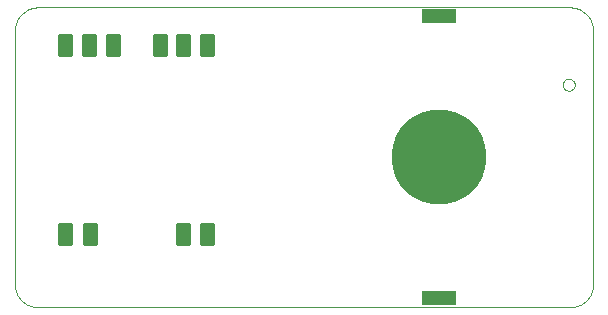
<source format=gbp>
G75*
%MOIN*%
%OFA0B0*%
%FSLAX24Y24*%
%IPPOS*%
%LPD*%
%AMOC8*
5,1,8,0,0,1.08239X$1,22.5*
%
%ADD10C,0.0010*%
%ADD11C,0.0000*%
%ADD12C,0.3150*%
%ADD13R,0.1181X0.0500*%
%ADD14C,0.0100*%
D10*
X000937Y002139D02*
X013750Y002139D01*
X014950Y002139D01*
X018654Y002139D01*
X018708Y002141D01*
X018761Y002146D01*
X018814Y002155D01*
X018866Y002168D01*
X018918Y002184D01*
X018968Y002204D01*
X019016Y002227D01*
X019063Y002254D01*
X019108Y002283D01*
X019151Y002316D01*
X019191Y002351D01*
X019229Y002389D01*
X019264Y002429D01*
X019297Y002472D01*
X019326Y002517D01*
X019353Y002564D01*
X019376Y002612D01*
X019396Y002662D01*
X019412Y002714D01*
X019425Y002766D01*
X019434Y002819D01*
X019439Y002872D01*
X019441Y002926D01*
X019441Y011352D01*
X019439Y011406D01*
X019434Y011459D01*
X019425Y011512D01*
X019412Y011564D01*
X019396Y011616D01*
X019376Y011666D01*
X019353Y011714D01*
X019326Y011761D01*
X019297Y011806D01*
X019264Y011849D01*
X019229Y011889D01*
X019191Y011927D01*
X019151Y011962D01*
X019108Y011995D01*
X019063Y012024D01*
X019016Y012051D01*
X018968Y012074D01*
X018918Y012094D01*
X018866Y012110D01*
X018814Y012123D01*
X018761Y012132D01*
X018708Y012137D01*
X018654Y012139D01*
X014900Y012139D01*
X013700Y012139D01*
X000937Y012139D01*
X000883Y012137D01*
X000830Y012132D01*
X000777Y012123D01*
X000725Y012110D01*
X000673Y012094D01*
X000623Y012074D01*
X000575Y012051D01*
X000528Y012024D01*
X000483Y011995D01*
X000440Y011962D01*
X000400Y011927D01*
X000362Y011889D01*
X000327Y011849D01*
X000294Y011806D01*
X000265Y011761D01*
X000238Y011714D01*
X000215Y011666D01*
X000195Y011616D01*
X000179Y011564D01*
X000166Y011512D01*
X000157Y011459D01*
X000152Y011406D01*
X000150Y011352D01*
X000150Y002926D01*
X000152Y002872D01*
X000157Y002819D01*
X000166Y002766D01*
X000179Y002714D01*
X000195Y002662D01*
X000215Y002612D01*
X000238Y002564D01*
X000265Y002517D01*
X000294Y002472D01*
X000327Y002429D01*
X000362Y002389D01*
X000400Y002351D01*
X000440Y002316D01*
X000483Y002283D01*
X000528Y002254D01*
X000575Y002227D01*
X000623Y002204D01*
X000673Y002184D01*
X000725Y002168D01*
X000777Y002155D01*
X000830Y002146D01*
X000883Y002141D01*
X000937Y002139D01*
D11*
X018420Y009560D02*
X018422Y009588D01*
X018428Y009615D01*
X018437Y009641D01*
X018450Y009666D01*
X018467Y009689D01*
X018486Y009709D01*
X018508Y009726D01*
X018532Y009740D01*
X018558Y009750D01*
X018585Y009757D01*
X018613Y009760D01*
X018641Y009759D01*
X018668Y009754D01*
X018695Y009745D01*
X018720Y009733D01*
X018743Y009718D01*
X018764Y009699D01*
X018782Y009678D01*
X018797Y009654D01*
X018808Y009628D01*
X018816Y009602D01*
X018820Y009574D01*
X018820Y009546D01*
X018816Y009518D01*
X018808Y009492D01*
X018797Y009466D01*
X018782Y009442D01*
X018764Y009421D01*
X018743Y009402D01*
X018720Y009387D01*
X018695Y009375D01*
X018668Y009366D01*
X018641Y009361D01*
X018613Y009360D01*
X018585Y009363D01*
X018558Y009370D01*
X018532Y009380D01*
X018508Y009394D01*
X018486Y009411D01*
X018467Y009431D01*
X018450Y009454D01*
X018437Y009479D01*
X018428Y009505D01*
X018422Y009532D01*
X018420Y009560D01*
D12*
X014300Y007139D03*
D13*
X014300Y011839D03*
X014300Y002439D03*
D14*
X006762Y004246D02*
X006762Y004932D01*
X006762Y004246D02*
X006362Y004246D01*
X006362Y004932D01*
X006762Y004932D01*
X006762Y004345D02*
X006362Y004345D01*
X006362Y004444D02*
X006762Y004444D01*
X006762Y004543D02*
X006362Y004543D01*
X006362Y004642D02*
X006762Y004642D01*
X006762Y004741D02*
X006362Y004741D01*
X006362Y004840D02*
X006762Y004840D01*
X005975Y004932D02*
X005975Y004246D01*
X005575Y004246D01*
X005575Y004932D01*
X005975Y004932D01*
X005975Y004345D02*
X005575Y004345D01*
X005575Y004444D02*
X005975Y004444D01*
X005975Y004543D02*
X005575Y004543D01*
X005575Y004642D02*
X005975Y004642D01*
X005975Y004741D02*
X005575Y004741D01*
X005575Y004840D02*
X005975Y004840D01*
X002863Y004932D02*
X002863Y004246D01*
X002463Y004246D01*
X002463Y004932D01*
X002863Y004932D01*
X002863Y004345D02*
X002463Y004345D01*
X002463Y004444D02*
X002863Y004444D01*
X002863Y004543D02*
X002463Y004543D01*
X002463Y004642D02*
X002863Y004642D01*
X002863Y004741D02*
X002463Y004741D01*
X002463Y004840D02*
X002863Y004840D01*
X002038Y004932D02*
X002038Y004246D01*
X001638Y004246D01*
X001638Y004932D01*
X002038Y004932D01*
X002038Y004345D02*
X001638Y004345D01*
X001638Y004444D02*
X002038Y004444D01*
X002038Y004543D02*
X001638Y004543D01*
X001638Y004642D02*
X002038Y004642D01*
X002038Y004741D02*
X001638Y004741D01*
X001638Y004840D02*
X002038Y004840D01*
X002038Y010546D02*
X002038Y011232D01*
X002038Y010546D02*
X001638Y010546D01*
X001638Y011232D01*
X002038Y011232D01*
X002038Y010645D02*
X001638Y010645D01*
X001638Y010744D02*
X002038Y010744D01*
X002038Y010843D02*
X001638Y010843D01*
X001638Y010942D02*
X002038Y010942D01*
X002038Y011041D02*
X001638Y011041D01*
X001638Y011140D02*
X002038Y011140D01*
X002825Y011232D02*
X002825Y010546D01*
X002425Y010546D01*
X002425Y011232D01*
X002825Y011232D01*
X002825Y010645D02*
X002425Y010645D01*
X002425Y010744D02*
X002825Y010744D01*
X002825Y010843D02*
X002425Y010843D01*
X002425Y010942D02*
X002825Y010942D01*
X002825Y011041D02*
X002425Y011041D01*
X002425Y011140D02*
X002825Y011140D01*
X003613Y011232D02*
X003613Y010546D01*
X003213Y010546D01*
X003213Y011232D01*
X003613Y011232D01*
X003613Y010645D02*
X003213Y010645D01*
X003213Y010744D02*
X003613Y010744D01*
X003613Y010843D02*
X003213Y010843D01*
X003213Y010942D02*
X003613Y010942D01*
X003613Y011041D02*
X003213Y011041D01*
X003213Y011140D02*
X003613Y011140D01*
X005187Y011232D02*
X005187Y010546D01*
X004787Y010546D01*
X004787Y011232D01*
X005187Y011232D01*
X005187Y010645D02*
X004787Y010645D01*
X004787Y010744D02*
X005187Y010744D01*
X005187Y010843D02*
X004787Y010843D01*
X004787Y010942D02*
X005187Y010942D01*
X005187Y011041D02*
X004787Y011041D01*
X004787Y011140D02*
X005187Y011140D01*
X005975Y011232D02*
X005975Y010546D01*
X005575Y010546D01*
X005575Y011232D01*
X005975Y011232D01*
X005975Y010645D02*
X005575Y010645D01*
X005575Y010744D02*
X005975Y010744D01*
X005975Y010843D02*
X005575Y010843D01*
X005575Y010942D02*
X005975Y010942D01*
X005975Y011041D02*
X005575Y011041D01*
X005575Y011140D02*
X005975Y011140D01*
X006762Y011232D02*
X006762Y010546D01*
X006362Y010546D01*
X006362Y011232D01*
X006762Y011232D01*
X006762Y010645D02*
X006362Y010645D01*
X006362Y010744D02*
X006762Y010744D01*
X006762Y010843D02*
X006362Y010843D01*
X006362Y010942D02*
X006762Y010942D01*
X006762Y011041D02*
X006362Y011041D01*
X006362Y011140D02*
X006762Y011140D01*
M02*

</source>
